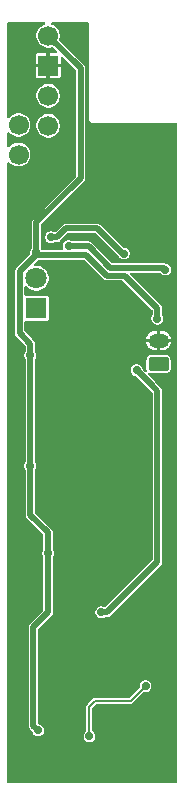
<source format=gbr>
%TF.GenerationSoftware,KiCad,Pcbnew,9.0.5*%
%TF.CreationDate,2025-10-29T21:47:57+01:00*%
%TF.ProjectId,GB_DMG_PSU,47425f44-4d47-45f5-9053-552e6b696361,rev?*%
%TF.SameCoordinates,Original*%
%TF.FileFunction,Copper,L2,Bot*%
%TF.FilePolarity,Positive*%
%FSLAX46Y46*%
G04 Gerber Fmt 4.6, Leading zero omitted, Abs format (unit mm)*
G04 Created by KiCad (PCBNEW 9.0.5) date 2025-10-29 21:47:57*
%MOMM*%
%LPD*%
G01*
G04 APERTURE LIST*
G04 Aperture macros list*
%AMRoundRect*
0 Rectangle with rounded corners*
0 $1 Rounding radius*
0 $2 $3 $4 $5 $6 $7 $8 $9 X,Y pos of 4 corners*
0 Add a 4 corners polygon primitive as box body*
4,1,4,$2,$3,$4,$5,$6,$7,$8,$9,$2,$3,0*
0 Add four circle primitives for the rounded corners*
1,1,$1+$1,$2,$3*
1,1,$1+$1,$4,$5*
1,1,$1+$1,$6,$7*
1,1,$1+$1,$8,$9*
0 Add four rect primitives between the rounded corners*
20,1,$1+$1,$2,$3,$4,$5,0*
20,1,$1+$1,$4,$5,$6,$7,0*
20,1,$1+$1,$6,$7,$8,$9,0*
20,1,$1+$1,$8,$9,$2,$3,0*%
G04 Aperture macros list end*
%TA.AperFunction,ComponentPad*%
%ADD10C,1.700000*%
%TD*%
%TA.AperFunction,ComponentPad*%
%ADD11R,1.700000X1.700000*%
%TD*%
%TA.AperFunction,ComponentPad*%
%ADD12R,1.800000X1.800000*%
%TD*%
%TA.AperFunction,ComponentPad*%
%ADD13C,1.800000*%
%TD*%
%TA.AperFunction,ComponentPad*%
%ADD14RoundRect,0.250000X0.625000X-0.350000X0.625000X0.350000X-0.625000X0.350000X-0.625000X-0.350000X0*%
%TD*%
%TA.AperFunction,ComponentPad*%
%ADD15O,1.750000X1.200000*%
%TD*%
%TA.AperFunction,ViaPad*%
%ADD16C,0.700000*%
%TD*%
%TA.AperFunction,ViaPad*%
%ADD17C,0.600000*%
%TD*%
%TA.AperFunction,Conductor*%
%ADD18C,0.500000*%
%TD*%
%TA.AperFunction,Conductor*%
%ADD19C,0.200000*%
%TD*%
G04 APERTURE END LIST*
D10*
%TO.P,J4,1,Pin_1*%
%TO.N,VIN*%
X70750000Y-37250000D03*
%TD*%
%TO.P,J2,1,Pin_1*%
%TO.N,+5V*%
X73250000Y-34810000D03*
%TO.P,J2,2,Pin_2*%
%TO.N,-18V*%
X73250000Y-32270000D03*
D11*
%TO.P,J2,3,Pin_3*%
%TO.N,GND*%
X73250000Y-29730000D03*
D10*
%TO.P,J2,4,Pin_4*%
%TO.N,VCC*%
X73250000Y-27190000D03*
%TD*%
D12*
%TO.P,D2,1,K*%
%TO.N,Net-(D2-K)*%
X72250000Y-50270000D03*
D13*
%TO.P,D2,2,A*%
%TO.N,VIN*%
X72250000Y-47730000D03*
%TD*%
D10*
%TO.P,J1,1,Pin_1*%
%TO.N,Net-(D3-K)*%
X70750000Y-34750000D03*
%TD*%
D14*
%TO.P,J3,1,Pin_1*%
%TO.N,VBAT*%
X82600000Y-55000000D03*
D15*
%TO.P,J3,2,Pin_2*%
%TO.N,GND*%
X82600000Y-53000000D03*
%TD*%
D16*
%TO.N,GND*%
X83500000Y-74750000D03*
X74500000Y-74000000D03*
X82600000Y-35500000D03*
X73250000Y-57500000D03*
X76450000Y-50112500D03*
X74500000Y-83750000D03*
X81500000Y-67750000D03*
X77950000Y-48612500D03*
X74500000Y-82750000D03*
X75675000Y-77000000D03*
X77000000Y-44250000D03*
X81750000Y-59000000D03*
X73116652Y-59500000D03*
X77950000Y-49612500D03*
X82250000Y-48750000D03*
X73400000Y-63500000D03*
X75250000Y-37250000D03*
X76500000Y-76000000D03*
X72500000Y-75500000D03*
X75675000Y-74988198D03*
X74300000Y-86000000D03*
X74500000Y-81750000D03*
X73500000Y-43250000D03*
X83000000Y-56250000D03*
X78000000Y-56900000D03*
X77000000Y-58100000D03*
X70500000Y-59500000D03*
X73366652Y-61000000D03*
X79468567Y-50089520D03*
X76000000Y-47000000D03*
X78250000Y-37250000D03*
D17*
X71550000Y-43500000D03*
D16*
%TO.N,+5V*%
X80750000Y-55500000D03*
X77750000Y-76000000D03*
%TO.N,VCC*%
X71750000Y-63600000D03*
X72400000Y-86000000D03*
X71750000Y-54250000D03*
X73250000Y-71000000D03*
X72250000Y-45500000D03*
X82500000Y-51150000D03*
%TO.N,/sw2*%
X81500000Y-82250000D03*
X76750000Y-86500000D03*
%TO.N,VIN*%
X73500000Y-44250000D03*
X79675000Y-45634656D03*
%TO.N,Net-(D3-K)*%
X75000000Y-45000000D03*
X83186499Y-46985180D03*
%TD*%
D18*
%TO.N,+5V*%
X82501000Y-57861075D02*
X82501000Y-57238925D01*
X77750000Y-76000000D02*
X78250000Y-76000000D01*
X78250000Y-76000000D02*
X82500000Y-71750000D01*
X82500000Y-71750000D02*
X82500000Y-57862075D01*
X82500000Y-57862075D02*
X82501000Y-57861075D01*
X82501000Y-57238925D02*
X82061075Y-56799000D01*
X82049000Y-56799000D02*
X80750000Y-55500000D01*
X82061075Y-56799000D02*
X82049000Y-56799000D01*
%TO.N,VCC*%
X71750000Y-53250000D02*
X71750000Y-54250000D01*
X72250000Y-45750000D02*
X70850000Y-47150000D01*
X73250000Y-69250000D02*
X73250000Y-71000000D01*
X71750000Y-63600000D02*
X71750000Y-67750000D01*
X70850000Y-52350000D02*
X71750000Y-53250000D01*
X72250000Y-45500000D02*
X72250000Y-45750000D01*
X76000000Y-29940000D02*
X73250000Y-27190000D01*
X82500000Y-50250000D02*
X79750000Y-47500000D01*
X70850000Y-47150000D02*
X70850000Y-52350000D01*
X73250000Y-76000000D02*
X73250000Y-71000000D01*
X72000000Y-85600000D02*
X72000000Y-77250000D01*
X72250000Y-43000000D02*
X76000000Y-39250000D01*
X71750000Y-67750000D02*
X73250000Y-69250000D01*
X72250000Y-45500000D02*
X72250000Y-43000000D01*
X79750000Y-47500000D02*
X78250000Y-47500000D01*
X76500000Y-45750000D02*
X72500000Y-45750000D01*
X72500000Y-45750000D02*
X72250000Y-45500000D01*
X82500000Y-51150000D02*
X82500000Y-50250000D01*
X76000000Y-39250000D02*
X76000000Y-29940000D01*
X72000000Y-77250000D02*
X73250000Y-76000000D01*
X71750000Y-54250000D02*
X71750000Y-63600000D01*
X72400000Y-86000000D02*
X72000000Y-85600000D01*
X78250000Y-47500000D02*
X76500000Y-45750000D01*
D19*
%TO.N,/sw2*%
X79750000Y-83500000D02*
X79500000Y-83500000D01*
X76750000Y-84000000D02*
X77250000Y-83500000D01*
X80250000Y-83500000D02*
X81500000Y-82250000D01*
X77250000Y-83500000D02*
X79750000Y-83500000D01*
X79500000Y-83500000D02*
X80250000Y-83500000D01*
X76750000Y-86500000D02*
X76750000Y-84000000D01*
D18*
%TO.N,VIN*%
X79559656Y-45634656D02*
X79675000Y-45634656D01*
X73500000Y-44250000D02*
X74000000Y-44250000D01*
X74000000Y-44250000D02*
X74750000Y-43500000D01*
X74750000Y-43500000D02*
X77425000Y-43500000D01*
X77425000Y-43500000D02*
X79559656Y-45634656D01*
%TO.N,Net-(D3-K)*%
X78519654Y-46849000D02*
X83050319Y-46849000D01*
X75000000Y-45000000D02*
X76670654Y-45000000D01*
X76670654Y-45000000D02*
X78519654Y-46849000D01*
X83050319Y-46849000D02*
X83186499Y-46985180D01*
%TD*%
%TA.AperFunction,Conductor*%
%TO.N,GND*%
G36*
X72947050Y-26069407D02*
G01*
X72983014Y-26118907D01*
X72983014Y-26180093D01*
X72947050Y-26229593D01*
X72926744Y-26240964D01*
X72776086Y-26303367D01*
X72612218Y-26412861D01*
X72612214Y-26412864D01*
X72472864Y-26552214D01*
X72472861Y-26552218D01*
X72363367Y-26716086D01*
X72287949Y-26898163D01*
X72287949Y-26898165D01*
X72249500Y-27091456D01*
X72249500Y-27288543D01*
X72287949Y-27481834D01*
X72287949Y-27481836D01*
X72363367Y-27663913D01*
X72363368Y-27663914D01*
X72472861Y-27827782D01*
X72612218Y-27967139D01*
X72776086Y-28076632D01*
X72958165Y-28152051D01*
X73151459Y-28190500D01*
X73151460Y-28190500D01*
X73348540Y-28190500D01*
X73348541Y-28190500D01*
X73541835Y-28152051D01*
X73554133Y-28146956D01*
X73615128Y-28142155D01*
X73662023Y-28168416D01*
X74004603Y-28510996D01*
X74032380Y-28565513D01*
X74022809Y-28625945D01*
X73979544Y-28669210D01*
X73934599Y-28680000D01*
X73400001Y-28680000D01*
X73400000Y-28680001D01*
X73400000Y-29252554D01*
X73315826Y-29230000D01*
X73184174Y-29230000D01*
X73100000Y-29252554D01*
X73100000Y-28680001D01*
X73099999Y-28680000D01*
X72380299Y-28680000D01*
X72321963Y-28691603D01*
X72255810Y-28735806D01*
X72255806Y-28735810D01*
X72211603Y-28801963D01*
X72200000Y-28860299D01*
X72200000Y-29579999D01*
X72200001Y-29580000D01*
X72772555Y-29580000D01*
X72750000Y-29664174D01*
X72750000Y-29795826D01*
X72772555Y-29880000D01*
X72200001Y-29880000D01*
X72200000Y-29880001D01*
X72200000Y-30599700D01*
X72211603Y-30658036D01*
X72255806Y-30724189D01*
X72255810Y-30724193D01*
X72321963Y-30768396D01*
X72380299Y-30779999D01*
X72380303Y-30780000D01*
X73099999Y-30780000D01*
X73100000Y-30779999D01*
X73100000Y-30207445D01*
X73184174Y-30230000D01*
X73315826Y-30230000D01*
X73400000Y-30207445D01*
X73400000Y-30779999D01*
X73400001Y-30780000D01*
X74119697Y-30780000D01*
X74119700Y-30779999D01*
X74178036Y-30768396D01*
X74244189Y-30724193D01*
X74244193Y-30724189D01*
X74288396Y-30658036D01*
X74299999Y-30599700D01*
X74300000Y-30599697D01*
X74300000Y-29880001D01*
X74299999Y-29880000D01*
X73727445Y-29880000D01*
X73750000Y-29795826D01*
X73750000Y-29664174D01*
X73727445Y-29580000D01*
X74299999Y-29580000D01*
X74300000Y-29579999D01*
X74300000Y-29045401D01*
X74318907Y-28987210D01*
X74368407Y-28951246D01*
X74429593Y-28951246D01*
X74469004Y-28975397D01*
X75570504Y-30076897D01*
X75598281Y-30131414D01*
X75599500Y-30146901D01*
X75599500Y-39043099D01*
X75580593Y-39101290D01*
X75570504Y-39113103D01*
X71929516Y-42754091D01*
X71876793Y-42845411D01*
X71876792Y-42845411D01*
X71876793Y-42845412D01*
X71849500Y-42947273D01*
X71849500Y-45166159D01*
X71836236Y-45215659D01*
X71783609Y-45306809D01*
X71749500Y-45434109D01*
X71749500Y-45565891D01*
X71759688Y-45603915D01*
X71756485Y-45665016D01*
X71734065Y-45699541D01*
X70529517Y-46904090D01*
X70529516Y-46904091D01*
X70476795Y-46995406D01*
X70476793Y-46995410D01*
X70476793Y-46995412D01*
X70465407Y-47037907D01*
X70465407Y-47037908D01*
X70465406Y-47037907D01*
X70449500Y-47097273D01*
X70449500Y-52297273D01*
X70449500Y-52402727D01*
X70472891Y-52490026D01*
X70476794Y-52504592D01*
X70529516Y-52595908D01*
X70529518Y-52595910D01*
X70529520Y-52595913D01*
X71320505Y-53386898D01*
X71348281Y-53441413D01*
X71349500Y-53456900D01*
X71349500Y-53916159D01*
X71336236Y-53965659D01*
X71283609Y-54056809D01*
X71283608Y-54056814D01*
X71249500Y-54184108D01*
X71249500Y-54315892D01*
X71283608Y-54443186D01*
X71336236Y-54534341D01*
X71349500Y-54583840D01*
X71349500Y-63266159D01*
X71336236Y-63315659D01*
X71283609Y-63406809D01*
X71283608Y-63406814D01*
X71249500Y-63534108D01*
X71249500Y-63665892D01*
X71283608Y-63793186D01*
X71336236Y-63884341D01*
X71349500Y-63933840D01*
X71349500Y-67697273D01*
X71349500Y-67802727D01*
X71373570Y-67892559D01*
X71376794Y-67904592D01*
X71429516Y-67995908D01*
X71429518Y-67995910D01*
X71429520Y-67995913D01*
X72820505Y-69386898D01*
X72848281Y-69441413D01*
X72849500Y-69456900D01*
X72849500Y-70666159D01*
X72836236Y-70715659D01*
X72783609Y-70806809D01*
X72783608Y-70806814D01*
X72749500Y-70934108D01*
X72749500Y-71065892D01*
X72783608Y-71193186D01*
X72836236Y-71284341D01*
X72849500Y-71333840D01*
X72849500Y-75793099D01*
X72830593Y-75851290D01*
X72820504Y-75863103D01*
X71679516Y-77004091D01*
X71626793Y-77095411D01*
X71626792Y-77095411D01*
X71626793Y-77095412D01*
X71626793Y-77095413D01*
X71599500Y-77197273D01*
X71599500Y-85547273D01*
X71599500Y-85652727D01*
X71610207Y-85692686D01*
X71626794Y-85754592D01*
X71679516Y-85845908D01*
X71679520Y-85845913D01*
X71880742Y-86047136D01*
X71906364Y-86091515D01*
X71933607Y-86193185D01*
X71933609Y-86193189D01*
X71999496Y-86307309D01*
X71999498Y-86307311D01*
X71999500Y-86307314D01*
X72092686Y-86400500D01*
X72092688Y-86400501D01*
X72092690Y-86400503D01*
X72206810Y-86466390D01*
X72206808Y-86466390D01*
X72206812Y-86466391D01*
X72206814Y-86466392D01*
X72334108Y-86500500D01*
X72334110Y-86500500D01*
X72465890Y-86500500D01*
X72465892Y-86500500D01*
X72593186Y-86466392D01*
X72593188Y-86466390D01*
X72593190Y-86466390D01*
X72649104Y-86434108D01*
X76249500Y-86434108D01*
X76249500Y-86565892D01*
X76279579Y-86678151D01*
X76283609Y-86693190D01*
X76349496Y-86807309D01*
X76349498Y-86807311D01*
X76349500Y-86807314D01*
X76442686Y-86900500D01*
X76442688Y-86900501D01*
X76442690Y-86900503D01*
X76556810Y-86966390D01*
X76556808Y-86966390D01*
X76556812Y-86966391D01*
X76556814Y-86966392D01*
X76684108Y-87000500D01*
X76684110Y-87000500D01*
X76815890Y-87000500D01*
X76815892Y-87000500D01*
X76943186Y-86966392D01*
X76943188Y-86966390D01*
X76943190Y-86966390D01*
X77057309Y-86900503D01*
X77057309Y-86900502D01*
X77057314Y-86900500D01*
X77150500Y-86807314D01*
X77216392Y-86693186D01*
X77250500Y-86565892D01*
X77250500Y-86434108D01*
X77216392Y-86306814D01*
X77216390Y-86306811D01*
X77216390Y-86306809D01*
X77150503Y-86192690D01*
X77150501Y-86192688D01*
X77150500Y-86192686D01*
X77057314Y-86099500D01*
X77057311Y-86099498D01*
X77049997Y-86095275D01*
X77009058Y-86049804D01*
X77000500Y-86009540D01*
X77000500Y-84144768D01*
X77019407Y-84086577D01*
X77029496Y-84074764D01*
X77324764Y-83779496D01*
X77379281Y-83751719D01*
X77394768Y-83750500D01*
X80299829Y-83750500D01*
X80345862Y-83731432D01*
X80391897Y-83712364D01*
X81330323Y-82773935D01*
X81384838Y-82746159D01*
X81425949Y-82748313D01*
X81434108Y-82750500D01*
X81565890Y-82750500D01*
X81565892Y-82750500D01*
X81693186Y-82716392D01*
X81693188Y-82716390D01*
X81693190Y-82716390D01*
X81807309Y-82650503D01*
X81807309Y-82650502D01*
X81807314Y-82650500D01*
X81900500Y-82557314D01*
X81966392Y-82443186D01*
X82000500Y-82315892D01*
X82000500Y-82184108D01*
X81966392Y-82056814D01*
X81966390Y-82056811D01*
X81966390Y-82056809D01*
X81900503Y-81942690D01*
X81900501Y-81942688D01*
X81900500Y-81942686D01*
X81807314Y-81849500D01*
X81807311Y-81849498D01*
X81807309Y-81849496D01*
X81693189Y-81783609D01*
X81693191Y-81783609D01*
X81643799Y-81770375D01*
X81565892Y-81749500D01*
X81434108Y-81749500D01*
X81356200Y-81770375D01*
X81306809Y-81783609D01*
X81192690Y-81849496D01*
X81099496Y-81942690D01*
X81033609Y-82056809D01*
X80999500Y-82184109D01*
X80999500Y-82315892D01*
X81001687Y-82324056D01*
X80998480Y-82385157D01*
X80976062Y-82419676D01*
X80175235Y-83220504D01*
X80120718Y-83248281D01*
X80105231Y-83249500D01*
X77311359Y-83249500D01*
X77311351Y-83249499D01*
X77299828Y-83249499D01*
X77200172Y-83249499D01*
X77200171Y-83249499D01*
X77173205Y-83260668D01*
X77135069Y-83276465D01*
X77119273Y-83283008D01*
X77108102Y-83287636D01*
X76839150Y-83556588D01*
X76608103Y-83787635D01*
X76608103Y-83787636D01*
X76608102Y-83787635D01*
X76537635Y-83858103D01*
X76499500Y-83950171D01*
X76499500Y-86009540D01*
X76480593Y-86067731D01*
X76450003Y-86095275D01*
X76442688Y-86099498D01*
X76349496Y-86192690D01*
X76283609Y-86306809D01*
X76283608Y-86306814D01*
X76249500Y-86434108D01*
X72649104Y-86434108D01*
X72707309Y-86400503D01*
X72707309Y-86400502D01*
X72707314Y-86400500D01*
X72800500Y-86307314D01*
X72866392Y-86193186D01*
X72900500Y-86065892D01*
X72900500Y-85934108D01*
X72866392Y-85806814D01*
X72866390Y-85806811D01*
X72866390Y-85806809D01*
X72800503Y-85692690D01*
X72800501Y-85692688D01*
X72800500Y-85692686D01*
X72707314Y-85599500D01*
X72707311Y-85599498D01*
X72707309Y-85599496D01*
X72593189Y-85533609D01*
X72593190Y-85533609D01*
X72491517Y-85506366D01*
X72447136Y-85480743D01*
X72429496Y-85463103D01*
X72401719Y-85408586D01*
X72400500Y-85393099D01*
X72400500Y-77456900D01*
X72419407Y-77398709D01*
X72429490Y-77386902D01*
X73570480Y-76245913D01*
X73623207Y-76154588D01*
X73650500Y-76052727D01*
X73650500Y-75947273D01*
X73650500Y-75934108D01*
X77249500Y-75934108D01*
X77249500Y-76065892D01*
X77273266Y-76154588D01*
X77283609Y-76193190D01*
X77349496Y-76307309D01*
X77349498Y-76307311D01*
X77349500Y-76307314D01*
X77442686Y-76400500D01*
X77442688Y-76400501D01*
X77442690Y-76400503D01*
X77556810Y-76466390D01*
X77556808Y-76466390D01*
X77556812Y-76466391D01*
X77556814Y-76466392D01*
X77684108Y-76500500D01*
X77684110Y-76500500D01*
X77815890Y-76500500D01*
X77815892Y-76500500D01*
X77943186Y-76466392D01*
X78034341Y-76413763D01*
X78083840Y-76400500D01*
X78302725Y-76400500D01*
X78302727Y-76400500D01*
X78404588Y-76373207D01*
X78404590Y-76373205D01*
X78404592Y-76373205D01*
X78495908Y-76320483D01*
X78495908Y-76320482D01*
X78495913Y-76320480D01*
X82745910Y-72070481D01*
X82745913Y-72070480D01*
X82820480Y-71995913D01*
X82873207Y-71904587D01*
X82900501Y-71802727D01*
X82900501Y-71697273D01*
X82900501Y-71691211D01*
X82900500Y-71691193D01*
X82900500Y-57927886D01*
X82901347Y-57914963D01*
X82901500Y-57913800D01*
X82901500Y-57186199D01*
X82901500Y-57186198D01*
X82874207Y-57084338D01*
X82874207Y-57084337D01*
X82874207Y-57084336D01*
X82821483Y-56993016D01*
X82821482Y-56993015D01*
X82821481Y-56993014D01*
X82821480Y-56993012D01*
X82306988Y-56478520D01*
X82306987Y-56478519D01*
X82289705Y-56468541D01*
X82269202Y-56452809D01*
X81684806Y-55868413D01*
X81657029Y-55813896D01*
X81666600Y-55753464D01*
X81709865Y-55710199D01*
X81770297Y-55700628D01*
X81799755Y-55710199D01*
X81849696Y-55735646D01*
X81943481Y-55750500D01*
X83256518Y-55750499D01*
X83256521Y-55750499D01*
X83256522Y-55750498D01*
X83303411Y-55743072D01*
X83350299Y-55735647D01*
X83350299Y-55735646D01*
X83350304Y-55735646D01*
X83463342Y-55678050D01*
X83553050Y-55588342D01*
X83610646Y-55475304D01*
X83625500Y-55381519D01*
X83625499Y-54618482D01*
X83625499Y-54618481D01*
X83625499Y-54618478D01*
X83625498Y-54618476D01*
X83610647Y-54524700D01*
X83610646Y-54524698D01*
X83610646Y-54524696D01*
X83553050Y-54411658D01*
X83463342Y-54321950D01*
X83350304Y-54264354D01*
X83350305Y-54264354D01*
X83256521Y-54249500D01*
X81943478Y-54249500D01*
X81943476Y-54249501D01*
X81849700Y-54264352D01*
X81849695Y-54264354D01*
X81736659Y-54321949D01*
X81646949Y-54411659D01*
X81589354Y-54524695D01*
X81574500Y-54618478D01*
X81574500Y-55381521D01*
X81574501Y-55381523D01*
X81589352Y-55475299D01*
X81589353Y-55475302D01*
X81614800Y-55525244D01*
X81624371Y-55585676D01*
X81596594Y-55640192D01*
X81542077Y-55667970D01*
X81481645Y-55658399D01*
X81456586Y-55640193D01*
X81269256Y-55452863D01*
X81243633Y-55408482D01*
X81216392Y-55306814D01*
X81150500Y-55192686D01*
X81057314Y-55099500D01*
X81057311Y-55099498D01*
X81057309Y-55099496D01*
X80943189Y-55033609D01*
X80943191Y-55033609D01*
X80893799Y-55020375D01*
X80815892Y-54999500D01*
X80684108Y-54999500D01*
X80606200Y-55020375D01*
X80556809Y-55033609D01*
X80442690Y-55099496D01*
X80349496Y-55192690D01*
X80283609Y-55306809D01*
X80283608Y-55306814D01*
X80249500Y-55434108D01*
X80249500Y-55565892D01*
X80279552Y-55678050D01*
X80283609Y-55693190D01*
X80349496Y-55807309D01*
X80349498Y-55807311D01*
X80349500Y-55807314D01*
X80442686Y-55900500D01*
X80556814Y-55966392D01*
X80658482Y-55993633D01*
X80702863Y-56019256D01*
X81728520Y-57044913D01*
X81728519Y-57044913D01*
X81767943Y-57084336D01*
X81803087Y-57119480D01*
X81820370Y-57129458D01*
X81840870Y-57145188D01*
X82071504Y-57375822D01*
X82099281Y-57430339D01*
X82100500Y-57445826D01*
X82100500Y-57795262D01*
X82099654Y-57808179D01*
X82099500Y-57809349D01*
X82099500Y-71543099D01*
X82080593Y-71601290D01*
X82070504Y-71613103D01*
X78128015Y-75555591D01*
X78073498Y-75583368D01*
X78013066Y-75573797D01*
X78008511Y-75571323D01*
X77943189Y-75533609D01*
X77943191Y-75533609D01*
X77893799Y-75520375D01*
X77815892Y-75499500D01*
X77684108Y-75499500D01*
X77606200Y-75520375D01*
X77556809Y-75533609D01*
X77442690Y-75599496D01*
X77349496Y-75692690D01*
X77283609Y-75806809D01*
X77264539Y-75877978D01*
X77249500Y-75934108D01*
X73650500Y-75934108D01*
X73650500Y-71333840D01*
X73663763Y-71284341D01*
X73716392Y-71193186D01*
X73750500Y-71065892D01*
X73750500Y-70934108D01*
X73716392Y-70806814D01*
X73716390Y-70806811D01*
X73716390Y-70806809D01*
X73663764Y-70715659D01*
X73650500Y-70666159D01*
X73650500Y-69197274D01*
X73650500Y-69197273D01*
X73623207Y-69095413D01*
X73570480Y-69004087D01*
X73495913Y-68929519D01*
X73495913Y-68929520D01*
X72179496Y-67613103D01*
X72151719Y-67558586D01*
X72150500Y-67543099D01*
X72150500Y-63933840D01*
X72163763Y-63884341D01*
X72216392Y-63793186D01*
X72250500Y-63665892D01*
X72250500Y-63534108D01*
X72216392Y-63406814D01*
X72216390Y-63406811D01*
X72216390Y-63406809D01*
X72163764Y-63315659D01*
X72150500Y-63266159D01*
X72150500Y-54583840D01*
X72163763Y-54534341D01*
X72216392Y-54443186D01*
X72250500Y-54315892D01*
X72250500Y-54184108D01*
X72216392Y-54056814D01*
X72216390Y-54056811D01*
X72216390Y-54056809D01*
X72163764Y-53965659D01*
X72150500Y-53916159D01*
X72150500Y-53197274D01*
X72150500Y-53197273D01*
X72137834Y-53150001D01*
X72137569Y-53149012D01*
X72123207Y-53095413D01*
X72123207Y-53095412D01*
X72123206Y-53095411D01*
X72070483Y-53004091D01*
X72070481Y-53004089D01*
X72070480Y-53004087D01*
X71916392Y-52849999D01*
X81539164Y-52849999D01*
X81539165Y-52850000D01*
X82253590Y-52850000D01*
X82250556Y-52855255D01*
X82225000Y-52950630D01*
X82225000Y-53049370D01*
X82250556Y-53144745D01*
X82253590Y-53150000D01*
X81539164Y-53150000D01*
X81555742Y-53233348D01*
X81616048Y-53378940D01*
X81616052Y-53378949D01*
X81703599Y-53509969D01*
X81703602Y-53509973D01*
X81815026Y-53621397D01*
X81815030Y-53621400D01*
X81946050Y-53708947D01*
X81946059Y-53708951D01*
X82091650Y-53769257D01*
X82246204Y-53799999D01*
X82246208Y-53800000D01*
X82449999Y-53800000D01*
X82450000Y-53799999D01*
X82450000Y-53346410D01*
X82455255Y-53349444D01*
X82550630Y-53375000D01*
X82649370Y-53375000D01*
X82744745Y-53349444D01*
X82750000Y-53346410D01*
X82750000Y-53799999D01*
X82750001Y-53800000D01*
X82953792Y-53800000D01*
X82953795Y-53799999D01*
X83108349Y-53769257D01*
X83253940Y-53708951D01*
X83253949Y-53708947D01*
X83384969Y-53621400D01*
X83384973Y-53621397D01*
X83496397Y-53509973D01*
X83496400Y-53509969D01*
X83583947Y-53378949D01*
X83583951Y-53378940D01*
X83644257Y-53233348D01*
X83660836Y-53150000D01*
X82946410Y-53150000D01*
X82949444Y-53144745D01*
X82975000Y-53049370D01*
X82975000Y-52950630D01*
X82949444Y-52855255D01*
X82946410Y-52850000D01*
X83660835Y-52850000D01*
X83660835Y-52849999D01*
X83644257Y-52766651D01*
X83583951Y-52621059D01*
X83583947Y-52621050D01*
X83496400Y-52490030D01*
X83496397Y-52490026D01*
X83384973Y-52378602D01*
X83384969Y-52378599D01*
X83253949Y-52291052D01*
X83253940Y-52291048D01*
X83108349Y-52230742D01*
X82953795Y-52200000D01*
X82750001Y-52200000D01*
X82750000Y-52200001D01*
X82750000Y-52653589D01*
X82744745Y-52650556D01*
X82649370Y-52625000D01*
X82550630Y-52625000D01*
X82455255Y-52650556D01*
X82450000Y-52653589D01*
X82450000Y-52200001D01*
X82449999Y-52200000D01*
X82246204Y-52200000D01*
X82091650Y-52230742D01*
X81946059Y-52291048D01*
X81946050Y-52291052D01*
X81815030Y-52378599D01*
X81815026Y-52378602D01*
X81703602Y-52490026D01*
X81703599Y-52490030D01*
X81616052Y-52621050D01*
X81616048Y-52621059D01*
X81555742Y-52766651D01*
X81539164Y-52849999D01*
X71916392Y-52849999D01*
X71279496Y-52213103D01*
X71251719Y-52158586D01*
X71250500Y-52143099D01*
X71250500Y-51419500D01*
X71269407Y-51361309D01*
X71318907Y-51325345D01*
X71349500Y-51320500D01*
X73164819Y-51320500D01*
X73164820Y-51320500D01*
X73164821Y-51320499D01*
X73164827Y-51320499D01*
X73186623Y-51316162D01*
X73208722Y-51311767D01*
X73258504Y-51278504D01*
X73291767Y-51228722D01*
X73300500Y-51184820D01*
X73300500Y-49355180D01*
X73300499Y-49355178D01*
X73300499Y-49355172D01*
X73291767Y-49311279D01*
X73291765Y-49311275D01*
X73258505Y-49261498D01*
X73258504Y-49261496D01*
X73249499Y-49255479D01*
X73208724Y-49228234D01*
X73208720Y-49228232D01*
X73164827Y-49219500D01*
X73164820Y-49219500D01*
X71349500Y-49219500D01*
X71291309Y-49200593D01*
X71255345Y-49151093D01*
X71250500Y-49120500D01*
X71250500Y-48451353D01*
X71269407Y-48393162D01*
X71318907Y-48357198D01*
X71380093Y-48357198D01*
X71429593Y-48393162D01*
X71431816Y-48396352D01*
X71434023Y-48399655D01*
X71580345Y-48545977D01*
X71752402Y-48660941D01*
X71943580Y-48740130D01*
X72146535Y-48780500D01*
X72146536Y-48780500D01*
X72353464Y-48780500D01*
X72353465Y-48780500D01*
X72556420Y-48740130D01*
X72747598Y-48660941D01*
X72919655Y-48545977D01*
X73065977Y-48399655D01*
X73180941Y-48227598D01*
X73260130Y-48036420D01*
X73300500Y-47833465D01*
X73300500Y-47626535D01*
X73260130Y-47423580D01*
X73180941Y-47232402D01*
X73065977Y-47060345D01*
X72919655Y-46914023D01*
X72904791Y-46904091D01*
X72747597Y-46799058D01*
X72556418Y-46719869D01*
X72353467Y-46679500D01*
X72353465Y-46679500D01*
X72146535Y-46679500D01*
X72146534Y-46679500D01*
X72146524Y-46679501D01*
X72142508Y-46680300D01*
X72081747Y-46673107D01*
X72036819Y-46631573D01*
X72024884Y-46571563D01*
X72050501Y-46515999D01*
X72053194Y-46513198D01*
X72386897Y-46179496D01*
X72441413Y-46151719D01*
X72456900Y-46150500D01*
X72552727Y-46150500D01*
X76293099Y-46150500D01*
X76351290Y-46169407D01*
X76363103Y-46179496D01*
X77929518Y-47745910D01*
X77929520Y-47745913D01*
X78004087Y-47820480D01*
X78026578Y-47833465D01*
X78095413Y-47873207D01*
X78197270Y-47900500D01*
X78197272Y-47900501D01*
X78197273Y-47900501D01*
X78308790Y-47900501D01*
X78308806Y-47900500D01*
X79543099Y-47900500D01*
X79601290Y-47919407D01*
X79613103Y-47929496D01*
X82070504Y-50386897D01*
X82098281Y-50441414D01*
X82099500Y-50456901D01*
X82099500Y-50816159D01*
X82086236Y-50865659D01*
X82033609Y-50956809D01*
X82033608Y-50956814D01*
X81999500Y-51084108D01*
X81999500Y-51215892D01*
X82016276Y-51278501D01*
X82033609Y-51343190D01*
X82099496Y-51457309D01*
X82099498Y-51457311D01*
X82099500Y-51457314D01*
X82192686Y-51550500D01*
X82192688Y-51550501D01*
X82192690Y-51550503D01*
X82306810Y-51616390D01*
X82306808Y-51616390D01*
X82306812Y-51616391D01*
X82306814Y-51616392D01*
X82434108Y-51650500D01*
X82434110Y-51650500D01*
X82565890Y-51650500D01*
X82565892Y-51650500D01*
X82693186Y-51616392D01*
X82693188Y-51616390D01*
X82693190Y-51616390D01*
X82807309Y-51550503D01*
X82807309Y-51550502D01*
X82807314Y-51550500D01*
X82900500Y-51457314D01*
X82966392Y-51343186D01*
X83000500Y-51215892D01*
X83000500Y-51084108D01*
X82966392Y-50956814D01*
X82966390Y-50956811D01*
X82966390Y-50956809D01*
X82913764Y-50865659D01*
X82900500Y-50816159D01*
X82900500Y-50197274D01*
X82900500Y-50197273D01*
X82873207Y-50095413D01*
X82873207Y-50095412D01*
X82873207Y-50095411D01*
X82820483Y-50004091D01*
X82820482Y-50004090D01*
X82820481Y-50004089D01*
X82820480Y-50004087D01*
X80234897Y-47418504D01*
X80207120Y-47363987D01*
X80216691Y-47303555D01*
X80259956Y-47260290D01*
X80304901Y-47249500D01*
X82704187Y-47249500D01*
X82762378Y-47268407D01*
X82782728Y-47288231D01*
X82785996Y-47292490D01*
X82785997Y-47292491D01*
X82785999Y-47292494D01*
X82879185Y-47385680D01*
X82879187Y-47385681D01*
X82879189Y-47385683D01*
X82993309Y-47451570D01*
X82993307Y-47451570D01*
X82993311Y-47451571D01*
X82993313Y-47451572D01*
X83120607Y-47485680D01*
X83120609Y-47485680D01*
X83252389Y-47485680D01*
X83252391Y-47485680D01*
X83379685Y-47451572D01*
X83379687Y-47451570D01*
X83379689Y-47451570D01*
X83493808Y-47385683D01*
X83493808Y-47385682D01*
X83493813Y-47385680D01*
X83586999Y-47292494D01*
X83652891Y-47178366D01*
X83686999Y-47051072D01*
X83686999Y-46919288D01*
X83652891Y-46791994D01*
X83652889Y-46791991D01*
X83652889Y-46791989D01*
X83587002Y-46677870D01*
X83587000Y-46677868D01*
X83586999Y-46677866D01*
X83493813Y-46584680D01*
X83493810Y-46584678D01*
X83493808Y-46584676D01*
X83379688Y-46518789D01*
X83379690Y-46518789D01*
X83330298Y-46505555D01*
X83252391Y-46484680D01*
X83252389Y-46484680D01*
X83246054Y-46484680D01*
X83208172Y-46477145D01*
X83204914Y-46475795D01*
X83204907Y-46475793D01*
X83103046Y-46448500D01*
X83103044Y-46448500D01*
X78726555Y-46448500D01*
X78668364Y-46429593D01*
X78656551Y-46419504D01*
X77802938Y-45565891D01*
X76916567Y-44679520D01*
X76916564Y-44679518D01*
X76916563Y-44679517D01*
X76916562Y-44679516D01*
X76825245Y-44626794D01*
X76825247Y-44626794D01*
X76785724Y-44616204D01*
X76723381Y-44599500D01*
X76723379Y-44599500D01*
X75333840Y-44599500D01*
X75284341Y-44586236D01*
X75193186Y-44533608D01*
X75065892Y-44499500D01*
X74934108Y-44499500D01*
X74856200Y-44520375D01*
X74806809Y-44533609D01*
X74692690Y-44599496D01*
X74599496Y-44692690D01*
X74533609Y-44806809D01*
X74533608Y-44806814D01*
X74499500Y-44934108D01*
X74499500Y-45065892D01*
X74510022Y-45105160D01*
X74533609Y-45193189D01*
X74538118Y-45200998D01*
X74550841Y-45260846D01*
X74525956Y-45316742D01*
X74472969Y-45347336D01*
X74452383Y-45349500D01*
X72798195Y-45349500D01*
X72778509Y-45343103D01*
X72757929Y-45340941D01*
X72750067Y-45333862D01*
X72740004Y-45330593D01*
X72712459Y-45300001D01*
X72663764Y-45215660D01*
X72663764Y-45215659D01*
X72650500Y-45166159D01*
X72650500Y-44184108D01*
X72999500Y-44184108D01*
X72999500Y-44315892D01*
X73029579Y-44428151D01*
X73033609Y-44443190D01*
X73099496Y-44557309D01*
X73099498Y-44557311D01*
X73099500Y-44557314D01*
X73192686Y-44650500D01*
X73192688Y-44650501D01*
X73192690Y-44650503D01*
X73306810Y-44716390D01*
X73306808Y-44716390D01*
X73306812Y-44716391D01*
X73306814Y-44716392D01*
X73434108Y-44750500D01*
X73434110Y-44750500D01*
X73565890Y-44750500D01*
X73565892Y-44750500D01*
X73693186Y-44716392D01*
X73784341Y-44663763D01*
X73833840Y-44650500D01*
X74052725Y-44650500D01*
X74052727Y-44650500D01*
X74154588Y-44623207D01*
X74154590Y-44623205D01*
X74154592Y-44623205D01*
X74245908Y-44570483D01*
X74245908Y-44570482D01*
X74245913Y-44570480D01*
X74886897Y-43929496D01*
X74941414Y-43901719D01*
X74956901Y-43900500D01*
X77218099Y-43900500D01*
X77276290Y-43919407D01*
X77288103Y-43929496D01*
X79229662Y-45871055D01*
X79245394Y-45891558D01*
X79274500Y-45941970D01*
X79367686Y-46035156D01*
X79367688Y-46035157D01*
X79367690Y-46035159D01*
X79481810Y-46101046D01*
X79481808Y-46101046D01*
X79481812Y-46101047D01*
X79481814Y-46101048D01*
X79609108Y-46135156D01*
X79609110Y-46135156D01*
X79740890Y-46135156D01*
X79740892Y-46135156D01*
X79868186Y-46101048D01*
X79868188Y-46101046D01*
X79868190Y-46101046D01*
X79982309Y-46035159D01*
X79982309Y-46035158D01*
X79982314Y-46035156D01*
X80075500Y-45941970D01*
X80075503Y-45941965D01*
X80141390Y-45827846D01*
X80141390Y-45827844D01*
X80141392Y-45827842D01*
X80175500Y-45700548D01*
X80175500Y-45568764D01*
X80141392Y-45441470D01*
X80141390Y-45441467D01*
X80141390Y-45441465D01*
X80075503Y-45327346D01*
X80075501Y-45327344D01*
X80075500Y-45327342D01*
X79982314Y-45234156D01*
X79982311Y-45234154D01*
X79982309Y-45234152D01*
X79868189Y-45168265D01*
X79868191Y-45168265D01*
X79818799Y-45155031D01*
X79740892Y-45134156D01*
X79740890Y-45134156D01*
X79666557Y-45134156D01*
X79608366Y-45115249D01*
X79596553Y-45105160D01*
X78675501Y-44184108D01*
X77670913Y-43179520D01*
X77670910Y-43179518D01*
X77670909Y-43179517D01*
X77670908Y-43179516D01*
X77579591Y-43126794D01*
X77579593Y-43126794D01*
X77540070Y-43116204D01*
X77477727Y-43099500D01*
X74802727Y-43099500D01*
X74697273Y-43099500D01*
X74634929Y-43116204D01*
X74595407Y-43126794D01*
X74504091Y-43179516D01*
X74504086Y-43179520D01*
X73878014Y-43805591D01*
X73823498Y-43833368D01*
X73763066Y-43823797D01*
X73758511Y-43821323D01*
X73693189Y-43783609D01*
X73693191Y-43783609D01*
X73643799Y-43770375D01*
X73565892Y-43749500D01*
X73434108Y-43749500D01*
X73356200Y-43770375D01*
X73306809Y-43783609D01*
X73192690Y-43849496D01*
X73099496Y-43942690D01*
X73033609Y-44056809D01*
X73033608Y-44056814D01*
X72999500Y-44184108D01*
X72650500Y-44184108D01*
X72650500Y-43206900D01*
X72669407Y-43148709D01*
X72679490Y-43136902D01*
X76320480Y-39495913D01*
X76373207Y-39404588D01*
X76400500Y-39302727D01*
X76400500Y-39197273D01*
X76400500Y-29887273D01*
X76373207Y-29785413D01*
X76373207Y-29785412D01*
X76373207Y-29785411D01*
X76320483Y-29694091D01*
X76320482Y-29694090D01*
X76320481Y-29694089D01*
X76320480Y-29694087D01*
X74228416Y-27602023D01*
X74200639Y-27547506D01*
X74206956Y-27494133D01*
X74212051Y-27481835D01*
X74250500Y-27288541D01*
X74250500Y-27091459D01*
X74212051Y-26898165D01*
X74136632Y-26716086D01*
X74027139Y-26552218D01*
X73887782Y-26412861D01*
X73723914Y-26303368D01*
X73723915Y-26303368D01*
X73723913Y-26303367D01*
X73573256Y-26240964D01*
X73526730Y-26201228D01*
X73512446Y-26141733D01*
X73535860Y-26085205D01*
X73588029Y-26053236D01*
X73611141Y-26050500D01*
X76600500Y-26050500D01*
X76658691Y-26069407D01*
X76694655Y-26118907D01*
X76699500Y-26149500D01*
X76699500Y-34289564D01*
X76719978Y-34365988D01*
X76719980Y-34365992D01*
X76759538Y-34434508D01*
X76759540Y-34434511D01*
X76815489Y-34490460D01*
X76815491Y-34490461D01*
X76884007Y-34530019D01*
X76884011Y-34530021D01*
X76960435Y-34550499D01*
X76960437Y-34550500D01*
X76960438Y-34550500D01*
X84100500Y-34550500D01*
X84158691Y-34569407D01*
X84194655Y-34618907D01*
X84199500Y-34649500D01*
X84199500Y-90350500D01*
X84180593Y-90408691D01*
X84131093Y-90444655D01*
X84100500Y-90449500D01*
X69899500Y-90449500D01*
X69841309Y-90430593D01*
X69805345Y-90381093D01*
X69800500Y-90350500D01*
X69800500Y-37954429D01*
X69819407Y-37896238D01*
X69868907Y-37860274D01*
X69930093Y-37860274D01*
X69969504Y-37884425D01*
X69972860Y-37887781D01*
X69972861Y-37887782D01*
X70112218Y-38027139D01*
X70276086Y-38136632D01*
X70458165Y-38212051D01*
X70651459Y-38250500D01*
X70651460Y-38250500D01*
X70848540Y-38250500D01*
X70848541Y-38250500D01*
X71041835Y-38212051D01*
X71223914Y-38136632D01*
X71387782Y-38027139D01*
X71527139Y-37887782D01*
X71636632Y-37723914D01*
X71712051Y-37541835D01*
X71750500Y-37348541D01*
X71750500Y-37151459D01*
X71712051Y-36958165D01*
X71636632Y-36776086D01*
X71527139Y-36612218D01*
X71387782Y-36472861D01*
X71223914Y-36363368D01*
X71223915Y-36363368D01*
X71223913Y-36363367D01*
X71041835Y-36287949D01*
X70848543Y-36249500D01*
X70848541Y-36249500D01*
X70651459Y-36249500D01*
X70651456Y-36249500D01*
X70458165Y-36287949D01*
X70458163Y-36287949D01*
X70276086Y-36363367D01*
X70112218Y-36472861D01*
X70112214Y-36472864D01*
X69969504Y-36615575D01*
X69914987Y-36643352D01*
X69854555Y-36633781D01*
X69811290Y-36590516D01*
X69800500Y-36545571D01*
X69800500Y-35454429D01*
X69819407Y-35396238D01*
X69868907Y-35360274D01*
X69930093Y-35360274D01*
X69969504Y-35384425D01*
X69972860Y-35387781D01*
X69972861Y-35387782D01*
X70112218Y-35527139D01*
X70276086Y-35636632D01*
X70458165Y-35712051D01*
X70651459Y-35750500D01*
X70651460Y-35750500D01*
X70848540Y-35750500D01*
X70848541Y-35750500D01*
X71041835Y-35712051D01*
X71223914Y-35636632D01*
X71387782Y-35527139D01*
X71527139Y-35387782D01*
X71636632Y-35223914D01*
X71712051Y-35041835D01*
X71750500Y-34848541D01*
X71750500Y-34711456D01*
X72249500Y-34711456D01*
X72249500Y-34711459D01*
X72249500Y-34908541D01*
X72282041Y-35072136D01*
X72287949Y-35101834D01*
X72287949Y-35101836D01*
X72363367Y-35283913D01*
X72363368Y-35283914D01*
X72472861Y-35447782D01*
X72612218Y-35587139D01*
X72776086Y-35696632D01*
X72958165Y-35772051D01*
X73151459Y-35810500D01*
X73151460Y-35810500D01*
X73348540Y-35810500D01*
X73348541Y-35810500D01*
X73541835Y-35772051D01*
X73723914Y-35696632D01*
X73887782Y-35587139D01*
X74027139Y-35447782D01*
X74136632Y-35283914D01*
X74212051Y-35101835D01*
X74250500Y-34908541D01*
X74250500Y-34711459D01*
X74212051Y-34518165D01*
X74136632Y-34336086D01*
X74027139Y-34172218D01*
X73887782Y-34032861D01*
X73723914Y-33923368D01*
X73723915Y-33923368D01*
X73723913Y-33923367D01*
X73541835Y-33847949D01*
X73348543Y-33809500D01*
X73348541Y-33809500D01*
X73151459Y-33809500D01*
X73151456Y-33809500D01*
X72958165Y-33847949D01*
X72958163Y-33847949D01*
X72776086Y-33923367D01*
X72612218Y-34032861D01*
X72612214Y-34032864D01*
X72472864Y-34172214D01*
X72472861Y-34172218D01*
X72363367Y-34336086D01*
X72287949Y-34518163D01*
X72287949Y-34518165D01*
X72249500Y-34711456D01*
X71750500Y-34711456D01*
X71750500Y-34651459D01*
X71712051Y-34458165D01*
X71636632Y-34276086D01*
X71527139Y-34112218D01*
X71387782Y-33972861D01*
X71223914Y-33863368D01*
X71223915Y-33863368D01*
X71223913Y-33863367D01*
X71041835Y-33787949D01*
X70848543Y-33749500D01*
X70848541Y-33749500D01*
X70651459Y-33749500D01*
X70651456Y-33749500D01*
X70458165Y-33787949D01*
X70458163Y-33787949D01*
X70276086Y-33863367D01*
X70112218Y-33972861D01*
X70112214Y-33972864D01*
X69969504Y-34115575D01*
X69914987Y-34143352D01*
X69854555Y-34133781D01*
X69811290Y-34090516D01*
X69800500Y-34045571D01*
X69800500Y-32171456D01*
X72249500Y-32171456D01*
X72249500Y-32368543D01*
X72287949Y-32561834D01*
X72287949Y-32561836D01*
X72363367Y-32743913D01*
X72363368Y-32743914D01*
X72472861Y-32907782D01*
X72612218Y-33047139D01*
X72776086Y-33156632D01*
X72958165Y-33232051D01*
X73151459Y-33270500D01*
X73151460Y-33270500D01*
X73348540Y-33270500D01*
X73348541Y-33270500D01*
X73541835Y-33232051D01*
X73723914Y-33156632D01*
X73887782Y-33047139D01*
X74027139Y-32907782D01*
X74136632Y-32743914D01*
X74212051Y-32561835D01*
X74250500Y-32368541D01*
X74250500Y-32171459D01*
X74212051Y-31978165D01*
X74136632Y-31796086D01*
X74027139Y-31632218D01*
X73887782Y-31492861D01*
X73723914Y-31383368D01*
X73723915Y-31383368D01*
X73723913Y-31383367D01*
X73541835Y-31307949D01*
X73348543Y-31269500D01*
X73348541Y-31269500D01*
X73151459Y-31269500D01*
X73151456Y-31269500D01*
X72958165Y-31307949D01*
X72958163Y-31307949D01*
X72776086Y-31383367D01*
X72612218Y-31492861D01*
X72612214Y-31492864D01*
X72472864Y-31632214D01*
X72472861Y-31632218D01*
X72363367Y-31796086D01*
X72287949Y-31978163D01*
X72287949Y-31978165D01*
X72249500Y-32171456D01*
X69800500Y-32171456D01*
X69800500Y-26149500D01*
X69819407Y-26091309D01*
X69868907Y-26055345D01*
X69899500Y-26050500D01*
X72888859Y-26050500D01*
X72947050Y-26069407D01*
G37*
%TD.AperFunction*%
%TD*%
M02*

</source>
